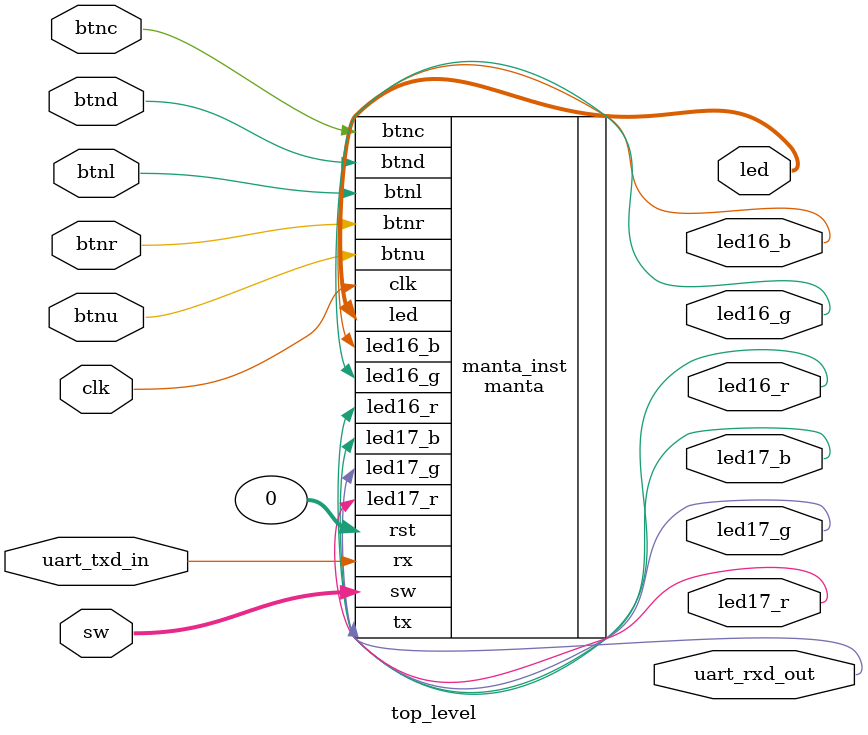
<source format=sv>
`default_nettype none
`timescale 1ns / 1ps

module top_level (
	input wire clk,

    input wire uart_txd_in,
	output logic uart_rxd_out,

    input wire btnu,
    input wire btnd,
    input wire btnl,
    input wire btnr,
	input wire btnc,

    input wire [15:0] sw,

	output logic [15:0] led,
    output logic led16_b,
    output logic led16_g,
    output logic led16_r,
    output logic led17_b,
    output logic led17_g,
    output logic led17_r);

    manta manta_inst (
        .clk(clk),
        .rst(0),

        .rx(uart_txd_in),
        .tx(uart_rxd_out),

        .btnu(btnu),
        .btnd(btnd),
        .btnl(btnl),
        .btnr(btnr),
        .btnc(btnc),
        .sw(sw),
        .led(led),
        .led16_b(led16_b),
        .led16_g(led16_g),
        .led16_r(led16_r),
        .led17_b(led17_b),
        .led17_g(led17_g),
        .led17_r(led17_r));

endmodule

`default_nettype wire
</source>
